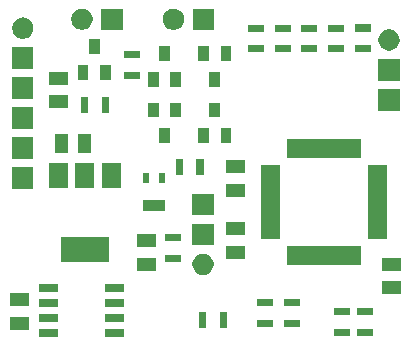
<source format=gbr>
G04 #@! TF.GenerationSoftware,KiCad,Pcbnew,(5.1.4)-1*
G04 #@! TF.CreationDate,2021-02-16T23:36:19+03:00*
G04 #@! TF.ProjectId,NAB_A,4e41425f-412e-46b6-9963-61645f706362,rev?*
G04 #@! TF.SameCoordinates,Original*
G04 #@! TF.FileFunction,Soldermask,Bot*
G04 #@! TF.FilePolarity,Negative*
%FSLAX46Y46*%
G04 Gerber Fmt 4.6, Leading zero omitted, Abs format (unit mm)*
G04 Created by KiCad (PCBNEW (5.1.4)-1) date 2021-02-16 23:36:19*
%MOMM*%
%LPD*%
G04 APERTURE LIST*
%ADD10C,0.100000*%
G04 APERTURE END LIST*
D10*
G36*
X220537600Y-68665800D02*
G01*
X218962400Y-68665800D01*
X218962400Y-67954200D01*
X220537600Y-67954200D01*
X220537600Y-68665800D01*
X220537600Y-68665800D01*
G37*
G36*
X214949600Y-68665800D02*
G01*
X213374400Y-68665800D01*
X213374400Y-67954200D01*
X214949600Y-67954200D01*
X214949600Y-68665800D01*
X214949600Y-68665800D01*
G37*
G36*
X239676000Y-68551000D02*
G01*
X238324000Y-68551000D01*
X238324000Y-67949000D01*
X239676000Y-67949000D01*
X239676000Y-68551000D01*
X239676000Y-68551000D01*
G37*
G36*
X241676000Y-68551000D02*
G01*
X240324000Y-68551000D01*
X240324000Y-67949000D01*
X241676000Y-67949000D01*
X241676000Y-68551000D01*
X241676000Y-68551000D01*
G37*
G36*
X212551000Y-68051000D02*
G01*
X210949000Y-68051000D01*
X210949000Y-66949000D01*
X212551000Y-66949000D01*
X212551000Y-68051000D01*
X212551000Y-68051000D01*
G37*
G36*
X229301000Y-67926000D02*
G01*
X228699000Y-67926000D01*
X228699000Y-66574000D01*
X229301000Y-66574000D01*
X229301000Y-67926000D01*
X229301000Y-67926000D01*
G37*
G36*
X227551000Y-67926000D02*
G01*
X226949000Y-67926000D01*
X226949000Y-66574000D01*
X227551000Y-66574000D01*
X227551000Y-67926000D01*
X227551000Y-67926000D01*
G37*
G36*
X235426000Y-67801000D02*
G01*
X234074000Y-67801000D01*
X234074000Y-67199000D01*
X235426000Y-67199000D01*
X235426000Y-67801000D01*
X235426000Y-67801000D01*
G37*
G36*
X233176000Y-67801000D02*
G01*
X231824000Y-67801000D01*
X231824000Y-67199000D01*
X233176000Y-67199000D01*
X233176000Y-67801000D01*
X233176000Y-67801000D01*
G37*
G36*
X214949600Y-67395800D02*
G01*
X213374400Y-67395800D01*
X213374400Y-66684200D01*
X214949600Y-66684200D01*
X214949600Y-67395800D01*
X214949600Y-67395800D01*
G37*
G36*
X220537600Y-67395800D02*
G01*
X218962400Y-67395800D01*
X218962400Y-66684200D01*
X220537600Y-66684200D01*
X220537600Y-67395800D01*
X220537600Y-67395800D01*
G37*
G36*
X239676000Y-66801000D02*
G01*
X238324000Y-66801000D01*
X238324000Y-66199000D01*
X239676000Y-66199000D01*
X239676000Y-66801000D01*
X239676000Y-66801000D01*
G37*
G36*
X241676000Y-66801000D02*
G01*
X240324000Y-66801000D01*
X240324000Y-66199000D01*
X241676000Y-66199000D01*
X241676000Y-66801000D01*
X241676000Y-66801000D01*
G37*
G36*
X220537600Y-66125800D02*
G01*
X218962400Y-66125800D01*
X218962400Y-65414200D01*
X220537600Y-65414200D01*
X220537600Y-66125800D01*
X220537600Y-66125800D01*
G37*
G36*
X214949600Y-66125800D02*
G01*
X213374400Y-66125800D01*
X213374400Y-65414200D01*
X214949600Y-65414200D01*
X214949600Y-66125800D01*
X214949600Y-66125800D01*
G37*
G36*
X212551000Y-66051000D02*
G01*
X210949000Y-66051000D01*
X210949000Y-64949000D01*
X212551000Y-64949000D01*
X212551000Y-66051000D01*
X212551000Y-66051000D01*
G37*
G36*
X233176000Y-66051000D02*
G01*
X231824000Y-66051000D01*
X231824000Y-65449000D01*
X233176000Y-65449000D01*
X233176000Y-66051000D01*
X233176000Y-66051000D01*
G37*
G36*
X235426000Y-66051000D02*
G01*
X234074000Y-66051000D01*
X234074000Y-65449000D01*
X235426000Y-65449000D01*
X235426000Y-66051000D01*
X235426000Y-66051000D01*
G37*
G36*
X244051000Y-65051000D02*
G01*
X242449000Y-65051000D01*
X242449000Y-63949000D01*
X244051000Y-63949000D01*
X244051000Y-65051000D01*
X244051000Y-65051000D01*
G37*
G36*
X214949600Y-64855800D02*
G01*
X213374400Y-64855800D01*
X213374400Y-64144200D01*
X214949600Y-64144200D01*
X214949600Y-64855800D01*
X214949600Y-64855800D01*
G37*
G36*
X220537600Y-64855800D02*
G01*
X218962400Y-64855800D01*
X218962400Y-64144200D01*
X220537600Y-64144200D01*
X220537600Y-64855800D01*
X220537600Y-64855800D01*
G37*
G36*
X227363512Y-61603927D02*
G01*
X227512812Y-61633624D01*
X227676784Y-61701544D01*
X227824354Y-61800147D01*
X227949853Y-61925646D01*
X228048456Y-62073216D01*
X228116376Y-62237188D01*
X228151000Y-62411259D01*
X228151000Y-62588741D01*
X228116376Y-62762812D01*
X228048456Y-62926784D01*
X227949853Y-63074354D01*
X227824354Y-63199853D01*
X227676784Y-63298456D01*
X227512812Y-63366376D01*
X227363512Y-63396073D01*
X227338742Y-63401000D01*
X227161258Y-63401000D01*
X227136488Y-63396073D01*
X226987188Y-63366376D01*
X226823216Y-63298456D01*
X226675646Y-63199853D01*
X226550147Y-63074354D01*
X226451544Y-62926784D01*
X226383624Y-62762812D01*
X226349000Y-62588741D01*
X226349000Y-62411259D01*
X226383624Y-62237188D01*
X226451544Y-62073216D01*
X226550147Y-61925646D01*
X226675646Y-61800147D01*
X226823216Y-61701544D01*
X226987188Y-61633624D01*
X227136488Y-61603927D01*
X227161258Y-61599000D01*
X227338742Y-61599000D01*
X227363512Y-61603927D01*
X227363512Y-61603927D01*
G37*
G36*
X244051000Y-63051000D02*
G01*
X242449000Y-63051000D01*
X242449000Y-61949000D01*
X244051000Y-61949000D01*
X244051000Y-63051000D01*
X244051000Y-63051000D01*
G37*
G36*
X223301000Y-63051000D02*
G01*
X221699000Y-63051000D01*
X221699000Y-61949000D01*
X223301000Y-61949000D01*
X223301000Y-63051000D01*
X223301000Y-63051000D01*
G37*
G36*
X240626000Y-62551000D02*
G01*
X234374000Y-62551000D01*
X234374000Y-60949000D01*
X240626000Y-60949000D01*
X240626000Y-62551000D01*
X240626000Y-62551000D01*
G37*
G36*
X219301000Y-62301000D02*
G01*
X215199000Y-62301000D01*
X215199000Y-60199000D01*
X219301000Y-60199000D01*
X219301000Y-62301000D01*
X219301000Y-62301000D01*
G37*
G36*
X225426000Y-62301000D02*
G01*
X224074000Y-62301000D01*
X224074000Y-61699000D01*
X225426000Y-61699000D01*
X225426000Y-62301000D01*
X225426000Y-62301000D01*
G37*
G36*
X230801000Y-62051000D02*
G01*
X229199000Y-62051000D01*
X229199000Y-60949000D01*
X230801000Y-60949000D01*
X230801000Y-62051000D01*
X230801000Y-62051000D01*
G37*
G36*
X223301000Y-61051000D02*
G01*
X221699000Y-61051000D01*
X221699000Y-59949000D01*
X223301000Y-59949000D01*
X223301000Y-61051000D01*
X223301000Y-61051000D01*
G37*
G36*
X228151000Y-60861000D02*
G01*
X226349000Y-60861000D01*
X226349000Y-59059000D01*
X228151000Y-59059000D01*
X228151000Y-60861000D01*
X228151000Y-60861000D01*
G37*
G36*
X225426000Y-60551000D02*
G01*
X224074000Y-60551000D01*
X224074000Y-59949000D01*
X225426000Y-59949000D01*
X225426000Y-60551000D01*
X225426000Y-60551000D01*
G37*
G36*
X242801000Y-60326000D02*
G01*
X241199000Y-60326000D01*
X241199000Y-54074000D01*
X242801000Y-54074000D01*
X242801000Y-60326000D01*
X242801000Y-60326000D01*
G37*
G36*
X233801000Y-60326000D02*
G01*
X232199000Y-60326000D01*
X232199000Y-54074000D01*
X233801000Y-54074000D01*
X233801000Y-60326000D01*
X233801000Y-60326000D01*
G37*
G36*
X230801000Y-60051000D02*
G01*
X229199000Y-60051000D01*
X229199000Y-58949000D01*
X230801000Y-58949000D01*
X230801000Y-60051000D01*
X230801000Y-60051000D01*
G37*
G36*
X228151000Y-58321000D02*
G01*
X226349000Y-58321000D01*
X226349000Y-56519000D01*
X228151000Y-56519000D01*
X228151000Y-58321000D01*
X228151000Y-58321000D01*
G37*
G36*
X224001000Y-57951000D02*
G01*
X222199000Y-57951000D01*
X222199000Y-57049000D01*
X224001000Y-57049000D01*
X224001000Y-57951000D01*
X224001000Y-57951000D01*
G37*
G36*
X230801000Y-56801000D02*
G01*
X229199000Y-56801000D01*
X229199000Y-55699000D01*
X230801000Y-55699000D01*
X230801000Y-56801000D01*
X230801000Y-56801000D01*
G37*
G36*
X212901000Y-56101000D02*
G01*
X211099000Y-56101000D01*
X211099000Y-54299000D01*
X212901000Y-54299000D01*
X212901000Y-56101000D01*
X212901000Y-56101000D01*
G37*
G36*
X218051000Y-56051000D02*
G01*
X216449000Y-56051000D01*
X216449000Y-53949000D01*
X218051000Y-53949000D01*
X218051000Y-56051000D01*
X218051000Y-56051000D01*
G37*
G36*
X215801000Y-56051000D02*
G01*
X214199000Y-56051000D01*
X214199000Y-53949000D01*
X215801000Y-53949000D01*
X215801000Y-56051000D01*
X215801000Y-56051000D01*
G37*
G36*
X220301000Y-56051000D02*
G01*
X218699000Y-56051000D01*
X218699000Y-53949000D01*
X220301000Y-53949000D01*
X220301000Y-56051000D01*
X220301000Y-56051000D01*
G37*
G36*
X222701000Y-55651000D02*
G01*
X222199000Y-55651000D01*
X222199000Y-54749000D01*
X222701000Y-54749000D01*
X222701000Y-55651000D01*
X222701000Y-55651000D01*
G37*
G36*
X224001000Y-55651000D02*
G01*
X223499000Y-55651000D01*
X223499000Y-54749000D01*
X224001000Y-54749000D01*
X224001000Y-55651000D01*
X224001000Y-55651000D01*
G37*
G36*
X227301000Y-54926000D02*
G01*
X226699000Y-54926000D01*
X226699000Y-53574000D01*
X227301000Y-53574000D01*
X227301000Y-54926000D01*
X227301000Y-54926000D01*
G37*
G36*
X225551000Y-54926000D02*
G01*
X224949000Y-54926000D01*
X224949000Y-53574000D01*
X225551000Y-53574000D01*
X225551000Y-54926000D01*
X225551000Y-54926000D01*
G37*
G36*
X230801000Y-54801000D02*
G01*
X229199000Y-54801000D01*
X229199000Y-53699000D01*
X230801000Y-53699000D01*
X230801000Y-54801000D01*
X230801000Y-54801000D01*
G37*
G36*
X212901000Y-53561000D02*
G01*
X211099000Y-53561000D01*
X211099000Y-51759000D01*
X212901000Y-51759000D01*
X212901000Y-53561000D01*
X212901000Y-53561000D01*
G37*
G36*
X240626000Y-53501000D02*
G01*
X234374000Y-53501000D01*
X234374000Y-51899000D01*
X240626000Y-51899000D01*
X240626000Y-53501000D01*
X240626000Y-53501000D01*
G37*
G36*
X217801000Y-53051000D02*
G01*
X216699000Y-53051000D01*
X216699000Y-51449000D01*
X217801000Y-51449000D01*
X217801000Y-53051000D01*
X217801000Y-53051000D01*
G37*
G36*
X215801000Y-53051000D02*
G01*
X214699000Y-53051000D01*
X214699000Y-51449000D01*
X215801000Y-51449000D01*
X215801000Y-53051000D01*
X215801000Y-53051000D01*
G37*
G36*
X224451000Y-52201000D02*
G01*
X223549000Y-52201000D01*
X223549000Y-50999000D01*
X224451000Y-50999000D01*
X224451000Y-52201000D01*
X224451000Y-52201000D01*
G37*
G36*
X227751000Y-52201000D02*
G01*
X226849000Y-52201000D01*
X226849000Y-50999000D01*
X227751000Y-50999000D01*
X227751000Y-52201000D01*
X227751000Y-52201000D01*
G37*
G36*
X229651000Y-52201000D02*
G01*
X228749000Y-52201000D01*
X228749000Y-50999000D01*
X229651000Y-50999000D01*
X229651000Y-52201000D01*
X229651000Y-52201000D01*
G37*
G36*
X212901000Y-51021000D02*
G01*
X211099000Y-51021000D01*
X211099000Y-49219000D01*
X212901000Y-49219000D01*
X212901000Y-51021000D01*
X212901000Y-51021000D01*
G37*
G36*
X228701000Y-50001000D02*
G01*
X227799000Y-50001000D01*
X227799000Y-48799000D01*
X228701000Y-48799000D01*
X228701000Y-50001000D01*
X228701000Y-50001000D01*
G37*
G36*
X225401000Y-50001000D02*
G01*
X224499000Y-50001000D01*
X224499000Y-48799000D01*
X225401000Y-48799000D01*
X225401000Y-50001000D01*
X225401000Y-50001000D01*
G37*
G36*
X223501000Y-50001000D02*
G01*
X222599000Y-50001000D01*
X222599000Y-48799000D01*
X223501000Y-48799000D01*
X223501000Y-50001000D01*
X223501000Y-50001000D01*
G37*
G36*
X219301000Y-49676000D02*
G01*
X218699000Y-49676000D01*
X218699000Y-48324000D01*
X219301000Y-48324000D01*
X219301000Y-49676000D01*
X219301000Y-49676000D01*
G37*
G36*
X217551000Y-49676000D02*
G01*
X216949000Y-49676000D01*
X216949000Y-48324000D01*
X217551000Y-48324000D01*
X217551000Y-49676000D01*
X217551000Y-49676000D01*
G37*
G36*
X243901000Y-49481000D02*
G01*
X242099000Y-49481000D01*
X242099000Y-47679000D01*
X243901000Y-47679000D01*
X243901000Y-49481000D01*
X243901000Y-49481000D01*
G37*
G36*
X215801000Y-49301000D02*
G01*
X214199000Y-49301000D01*
X214199000Y-48199000D01*
X215801000Y-48199000D01*
X215801000Y-49301000D01*
X215801000Y-49301000D01*
G37*
G36*
X212901000Y-48481000D02*
G01*
X211099000Y-48481000D01*
X211099000Y-46679000D01*
X212901000Y-46679000D01*
X212901000Y-48481000D01*
X212901000Y-48481000D01*
G37*
G36*
X225401000Y-47451001D02*
G01*
X224499000Y-47451001D01*
X224499000Y-46249001D01*
X225401000Y-46249001D01*
X225401000Y-47451001D01*
X225401000Y-47451001D01*
G37*
G36*
X223501000Y-47451001D02*
G01*
X222599000Y-47451001D01*
X222599000Y-46249001D01*
X223501000Y-46249001D01*
X223501000Y-47451001D01*
X223501000Y-47451001D01*
G37*
G36*
X228701000Y-47451000D02*
G01*
X227799000Y-47451000D01*
X227799000Y-46249000D01*
X228701000Y-46249000D01*
X228701000Y-47451000D01*
X228701000Y-47451000D01*
G37*
G36*
X215801000Y-47301000D02*
G01*
X214199000Y-47301000D01*
X214199000Y-46199000D01*
X215801000Y-46199000D01*
X215801000Y-47301000D01*
X215801000Y-47301000D01*
G37*
G36*
X243901000Y-46941000D02*
G01*
X242099000Y-46941000D01*
X242099000Y-45139000D01*
X243901000Y-45139000D01*
X243901000Y-46941000D01*
X243901000Y-46941000D01*
G37*
G36*
X219451000Y-46851000D02*
G01*
X218549000Y-46851000D01*
X218549000Y-45649000D01*
X219451000Y-45649000D01*
X219451000Y-46851000D01*
X219451000Y-46851000D01*
G37*
G36*
X217551000Y-46851000D02*
G01*
X216649000Y-46851000D01*
X216649000Y-45649000D01*
X217551000Y-45649000D01*
X217551000Y-46851000D01*
X217551000Y-46851000D01*
G37*
G36*
X221926000Y-46801000D02*
G01*
X220574000Y-46801000D01*
X220574000Y-46199000D01*
X221926000Y-46199000D01*
X221926000Y-46801000D01*
X221926000Y-46801000D01*
G37*
G36*
X212901000Y-45941000D02*
G01*
X211099000Y-45941000D01*
X211099000Y-44139000D01*
X212901000Y-44139000D01*
X212901000Y-45941000D01*
X212901000Y-45941000D01*
G37*
G36*
X224451000Y-45251001D02*
G01*
X223549000Y-45251001D01*
X223549000Y-44049001D01*
X224451000Y-44049001D01*
X224451000Y-45251001D01*
X224451000Y-45251001D01*
G37*
G36*
X229651000Y-45251000D02*
G01*
X228749000Y-45251000D01*
X228749000Y-44049000D01*
X229651000Y-44049000D01*
X229651000Y-45251000D01*
X229651000Y-45251000D01*
G37*
G36*
X227751000Y-45251000D02*
G01*
X226849000Y-45251000D01*
X226849000Y-44049000D01*
X227751000Y-44049000D01*
X227751000Y-45251000D01*
X227751000Y-45251000D01*
G37*
G36*
X221926000Y-45051000D02*
G01*
X220574000Y-45051000D01*
X220574000Y-44449000D01*
X221926000Y-44449000D01*
X221926000Y-45051000D01*
X221926000Y-45051000D01*
G37*
G36*
X218501000Y-44651000D02*
G01*
X217599000Y-44651000D01*
X217599000Y-43449000D01*
X218501000Y-43449000D01*
X218501000Y-44651000D01*
X218501000Y-44651000D01*
G37*
G36*
X232426000Y-44551000D02*
G01*
X231074000Y-44551000D01*
X231074000Y-43949000D01*
X232426000Y-43949000D01*
X232426000Y-44551000D01*
X232426000Y-44551000D01*
G37*
G36*
X239176000Y-44551000D02*
G01*
X237824000Y-44551000D01*
X237824000Y-43949000D01*
X239176000Y-43949000D01*
X239176000Y-44551000D01*
X239176000Y-44551000D01*
G37*
G36*
X236926000Y-44551000D02*
G01*
X235574000Y-44551000D01*
X235574000Y-43949000D01*
X236926000Y-43949000D01*
X236926000Y-44551000D01*
X236926000Y-44551000D01*
G37*
G36*
X234676000Y-44551000D02*
G01*
X233324000Y-44551000D01*
X233324000Y-43949000D01*
X234676000Y-43949000D01*
X234676000Y-44551000D01*
X234676000Y-44551000D01*
G37*
G36*
X241438563Y-44538437D02*
G01*
X240086563Y-44538437D01*
X240086563Y-43936437D01*
X241438563Y-43936437D01*
X241438563Y-44538437D01*
X241438563Y-44538437D01*
G37*
G36*
X243113512Y-42603927D02*
G01*
X243262812Y-42633624D01*
X243426784Y-42701544D01*
X243574354Y-42800147D01*
X243699853Y-42925646D01*
X243798456Y-43073216D01*
X243866376Y-43237188D01*
X243892072Y-43366375D01*
X243898960Y-43401000D01*
X243901000Y-43411259D01*
X243901000Y-43588741D01*
X243866376Y-43762812D01*
X243798456Y-43926784D01*
X243699853Y-44074354D01*
X243574354Y-44199853D01*
X243426784Y-44298456D01*
X243262812Y-44366376D01*
X243113512Y-44396073D01*
X243088742Y-44401000D01*
X242911258Y-44401000D01*
X242886488Y-44396073D01*
X242737188Y-44366376D01*
X242573216Y-44298456D01*
X242425646Y-44199853D01*
X242300147Y-44074354D01*
X242201544Y-43926784D01*
X242133624Y-43762812D01*
X242099000Y-43588741D01*
X242099000Y-43411259D01*
X242101041Y-43401000D01*
X242107928Y-43366375D01*
X242133624Y-43237188D01*
X242201544Y-43073216D01*
X242300147Y-42925646D01*
X242425646Y-42800147D01*
X242573216Y-42701544D01*
X242737188Y-42633624D01*
X242886488Y-42603927D01*
X242911258Y-42599000D01*
X243088742Y-42599000D01*
X243113512Y-42603927D01*
X243113512Y-42603927D01*
G37*
G36*
X212113512Y-41603927D02*
G01*
X212262812Y-41633624D01*
X212426784Y-41701544D01*
X212574354Y-41800147D01*
X212699853Y-41925646D01*
X212798456Y-42073216D01*
X212866376Y-42237188D01*
X212896073Y-42386488D01*
X212901000Y-42411258D01*
X212901000Y-42588742D01*
X212896073Y-42613512D01*
X212866376Y-42762812D01*
X212798456Y-42926784D01*
X212699853Y-43074354D01*
X212574354Y-43199853D01*
X212426784Y-43298456D01*
X212262812Y-43366376D01*
X212113512Y-43396073D01*
X212088742Y-43401000D01*
X211911258Y-43401000D01*
X211886488Y-43396073D01*
X211737188Y-43366376D01*
X211573216Y-43298456D01*
X211425646Y-43199853D01*
X211300147Y-43074354D01*
X211201544Y-42926784D01*
X211133624Y-42762812D01*
X211103927Y-42613512D01*
X211099000Y-42588742D01*
X211099000Y-42411258D01*
X211103927Y-42386488D01*
X211133624Y-42237188D01*
X211201544Y-42073216D01*
X211300147Y-41925646D01*
X211425646Y-41800147D01*
X211573216Y-41701544D01*
X211737188Y-41633624D01*
X211886488Y-41603927D01*
X211911258Y-41599000D01*
X212088742Y-41599000D01*
X212113512Y-41603927D01*
X212113512Y-41603927D01*
G37*
G36*
X232426000Y-42801000D02*
G01*
X231074000Y-42801000D01*
X231074000Y-42199000D01*
X232426000Y-42199000D01*
X232426000Y-42801000D01*
X232426000Y-42801000D01*
G37*
G36*
X234676000Y-42801000D02*
G01*
X233324000Y-42801000D01*
X233324000Y-42199000D01*
X234676000Y-42199000D01*
X234676000Y-42801000D01*
X234676000Y-42801000D01*
G37*
G36*
X236926000Y-42801000D02*
G01*
X235574000Y-42801000D01*
X235574000Y-42199000D01*
X236926000Y-42199000D01*
X236926000Y-42801000D01*
X236926000Y-42801000D01*
G37*
G36*
X239176000Y-42801000D02*
G01*
X237824000Y-42801000D01*
X237824000Y-42199000D01*
X239176000Y-42199000D01*
X239176000Y-42801000D01*
X239176000Y-42801000D01*
G37*
G36*
X241438563Y-42788437D02*
G01*
X240086563Y-42788437D01*
X240086563Y-42186437D01*
X241438563Y-42186437D01*
X241438563Y-42788437D01*
X241438563Y-42788437D01*
G37*
G36*
X224863512Y-40853927D02*
G01*
X225012812Y-40883624D01*
X225176784Y-40951544D01*
X225324354Y-41050147D01*
X225449853Y-41175646D01*
X225548456Y-41323216D01*
X225616376Y-41487188D01*
X225651000Y-41661259D01*
X225651000Y-41838741D01*
X225616376Y-42012812D01*
X225548456Y-42176784D01*
X225449853Y-42324354D01*
X225324354Y-42449853D01*
X225176784Y-42548456D01*
X225012812Y-42616376D01*
X224863512Y-42646073D01*
X224838742Y-42651000D01*
X224661258Y-42651000D01*
X224636488Y-42646073D01*
X224487188Y-42616376D01*
X224323216Y-42548456D01*
X224175646Y-42449853D01*
X224050147Y-42324354D01*
X223951544Y-42176784D01*
X223883624Y-42012812D01*
X223849000Y-41838741D01*
X223849000Y-41661259D01*
X223883624Y-41487188D01*
X223951544Y-41323216D01*
X224050147Y-41175646D01*
X224175646Y-41050147D01*
X224323216Y-40951544D01*
X224487188Y-40883624D01*
X224636488Y-40853927D01*
X224661258Y-40849000D01*
X224838742Y-40849000D01*
X224863512Y-40853927D01*
X224863512Y-40853927D01*
G37*
G36*
X228191000Y-42651000D02*
G01*
X226389000Y-42651000D01*
X226389000Y-40849000D01*
X228191000Y-40849000D01*
X228191000Y-42651000D01*
X228191000Y-42651000D01*
G37*
G36*
X220441000Y-42651000D02*
G01*
X218639000Y-42651000D01*
X218639000Y-40849000D01*
X220441000Y-40849000D01*
X220441000Y-42651000D01*
X220441000Y-42651000D01*
G37*
G36*
X217113512Y-40853927D02*
G01*
X217262812Y-40883624D01*
X217426784Y-40951544D01*
X217574354Y-41050147D01*
X217699853Y-41175646D01*
X217798456Y-41323216D01*
X217866376Y-41487188D01*
X217901000Y-41661259D01*
X217901000Y-41838741D01*
X217866376Y-42012812D01*
X217798456Y-42176784D01*
X217699853Y-42324354D01*
X217574354Y-42449853D01*
X217426784Y-42548456D01*
X217262812Y-42616376D01*
X217113512Y-42646073D01*
X217088742Y-42651000D01*
X216911258Y-42651000D01*
X216886488Y-42646073D01*
X216737188Y-42616376D01*
X216573216Y-42548456D01*
X216425646Y-42449853D01*
X216300147Y-42324354D01*
X216201544Y-42176784D01*
X216133624Y-42012812D01*
X216099000Y-41838741D01*
X216099000Y-41661259D01*
X216133624Y-41487188D01*
X216201544Y-41323216D01*
X216300147Y-41175646D01*
X216425646Y-41050147D01*
X216573216Y-40951544D01*
X216737188Y-40883624D01*
X216886488Y-40853927D01*
X216911258Y-40849000D01*
X217088742Y-40849000D01*
X217113512Y-40853927D01*
X217113512Y-40853927D01*
G37*
M02*

</source>
